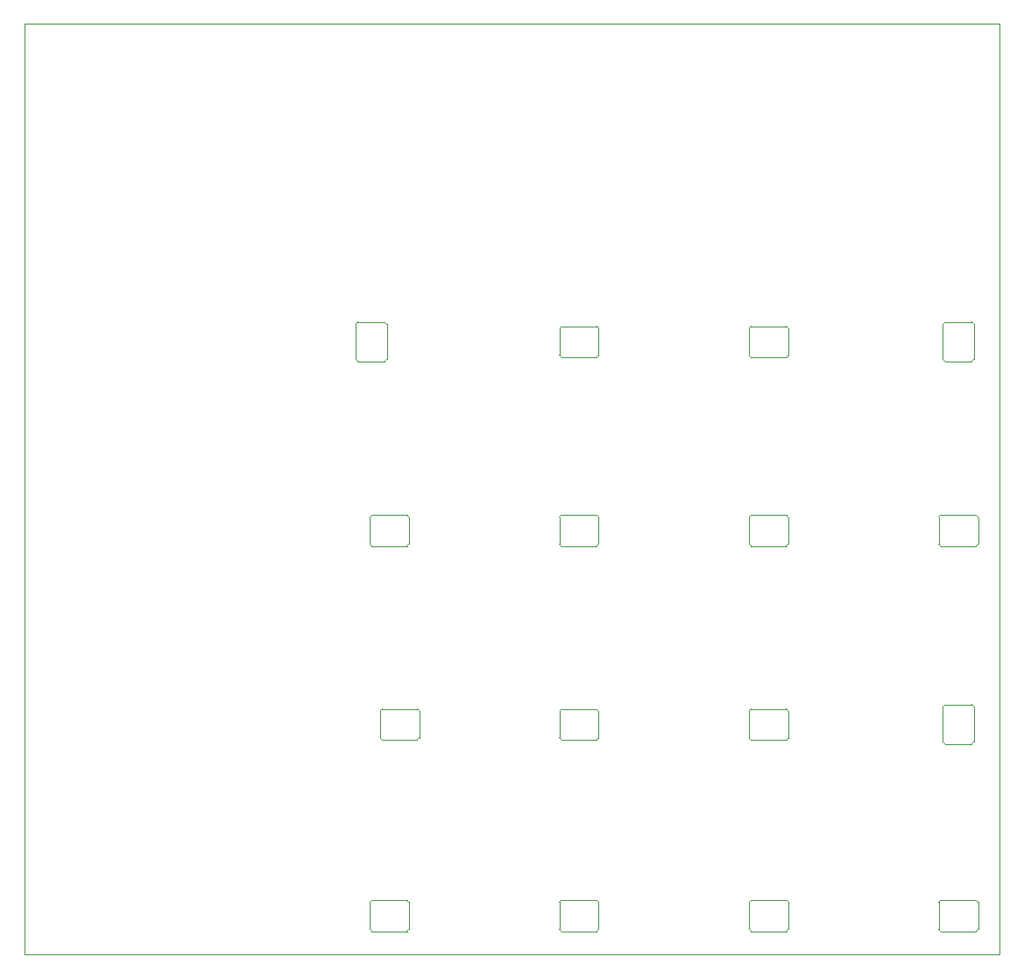
<source format=gbr>
%TF.GenerationSoftware,KiCad,Pcbnew,9.0.2*%
%TF.CreationDate,2025-06-22T22:22:17+03:00*%
%TF.ProjectId,macropad,6d616372-6f70-4616-942e-6b696361645f,rev?*%
%TF.SameCoordinates,Original*%
%TF.FileFunction,Profile,NP*%
%FSLAX46Y46*%
G04 Gerber Fmt 4.6, Leading zero omitted, Abs format (unit mm)*
G04 Created by KiCad (PCBNEW 9.0.2) date 2025-06-22 22:22:17*
%MOMM*%
%LPD*%
G01*
G04 APERTURE LIST*
%TA.AperFunction,Profile*%
%ADD10C,0.050000*%
%TD*%
%TA.AperFunction,Profile*%
%ADD11C,0.120000*%
%TD*%
G04 APERTURE END LIST*
D10*
X107750000Y-53000000D02*
X202000000Y-53000000D01*
X202000000Y-143000000D01*
X107750000Y-143000000D01*
X107750000Y-53000000D01*
D11*
%TO.C,D24*%
X159433333Y-140550000D02*
X159433333Y-137950000D01*
X159633333Y-137750000D02*
X163033333Y-137750000D01*
X163033333Y-140750000D02*
X159633333Y-140750000D01*
X163233333Y-137950000D02*
X163233333Y-140550000D01*
X159433333Y-137950000D02*
G75*
G02*
X159633333Y-137750000I200001J-1D01*
G01*
X159633333Y-140750000D02*
G75*
G02*
X159433333Y-140550000I1J200001D01*
G01*
X163033333Y-137750000D02*
G75*
G02*
X163233333Y-137950000I0J-200000D01*
G01*
X163233333Y-140550000D02*
G75*
G02*
X163033333Y-140750000I-200000J0D01*
G01*
%TO.C,D15*%
X177766667Y-103300000D02*
X177766667Y-100700000D01*
X177966667Y-100500000D02*
X181366667Y-100500000D01*
X181366667Y-103500000D02*
X177966667Y-103500000D01*
X181566667Y-100700000D02*
X181566667Y-103300000D01*
X177766667Y-100700000D02*
G75*
G02*
X177966667Y-100500000I200001J-1D01*
G01*
X177966667Y-103500000D02*
G75*
G02*
X177766667Y-103300000I1J200001D01*
G01*
X181366667Y-100500000D02*
G75*
G02*
X181566667Y-100700000I0J-200000D01*
G01*
X181566667Y-103300000D02*
G75*
G02*
X181366667Y-103500000I-200000J0D01*
G01*
%TO.C,D11*%
X159433333Y-85050000D02*
X159433333Y-82450000D01*
X159633333Y-82250000D02*
X163033333Y-82250000D01*
X163033333Y-85250000D02*
X159633333Y-85250000D01*
X163233333Y-82450000D02*
X163233333Y-85050000D01*
X159433333Y-82450000D02*
G75*
G02*
X159633333Y-82250000I200000J0D01*
G01*
X159633333Y-85250000D02*
G75*
G02*
X159433333Y-85050000I0J200000D01*
G01*
X163033333Y-82250000D02*
G75*
G02*
X163233333Y-82450000I-1J-200001D01*
G01*
X163233333Y-85050000D02*
G75*
G02*
X163033333Y-85250000I-200001J1D01*
G01*
%TO.C,D25*%
X141100000Y-140550000D02*
X141100000Y-137950000D01*
X141300000Y-137750000D02*
X144700000Y-137750000D01*
X144700000Y-140750000D02*
X141300000Y-140750000D01*
X144900000Y-137950000D02*
X144900000Y-140550000D01*
X141100000Y-137950000D02*
G75*
G02*
X141300000Y-137750000I200001J-1D01*
G01*
X141300000Y-140750000D02*
G75*
G02*
X141100000Y-140550000I1J200001D01*
G01*
X144700000Y-137750000D02*
G75*
G02*
X144900000Y-137950000I0J-200000D01*
G01*
X144900000Y-140550000D02*
G75*
G02*
X144700000Y-140750000I-200000J0D01*
G01*
%TO.C,D19*%
X159433333Y-122050000D02*
X159433333Y-119450000D01*
X159633333Y-119250000D02*
X163033333Y-119250000D01*
X163033333Y-122250000D02*
X159633333Y-122250000D01*
X163233333Y-119450000D02*
X163233333Y-122050000D01*
X159433333Y-119450000D02*
G75*
G02*
X159633333Y-119250000I200000J0D01*
G01*
X159633333Y-122250000D02*
G75*
G02*
X159433333Y-122050000I0J200000D01*
G01*
X163033333Y-119250000D02*
G75*
G02*
X163233333Y-119450000I-1J-200001D01*
G01*
X163233333Y-122050000D02*
G75*
G02*
X163033333Y-122250000I-200001J1D01*
G01*
%TO.C,D22*%
X196100000Y-140550000D02*
X196100000Y-137950000D01*
X196300000Y-137750000D02*
X199700000Y-137750000D01*
X199700000Y-140750000D02*
X196300000Y-140750000D01*
X199900000Y-137950000D02*
X199900000Y-140550000D01*
X196100000Y-137950000D02*
G75*
G02*
X196300000Y-137750000I200001J-1D01*
G01*
X196300000Y-140750000D02*
G75*
G02*
X196100000Y-140550000I1J200001D01*
G01*
X199700000Y-137750000D02*
G75*
G02*
X199900000Y-137950000I0J-200000D01*
G01*
X199900000Y-140550000D02*
G75*
G02*
X199700000Y-140750000I-200000J0D01*
G01*
%TO.C,D20*%
X177766667Y-122050000D02*
X177766667Y-119450000D01*
X177966667Y-119250000D02*
X181366667Y-119250000D01*
X181366667Y-122250000D02*
X177966667Y-122250000D01*
X181566667Y-119450000D02*
X181566667Y-122050000D01*
X177766667Y-119450000D02*
G75*
G02*
X177966667Y-119250000I200000J0D01*
G01*
X177966667Y-122250000D02*
G75*
G02*
X177766667Y-122050000I0J200000D01*
G01*
X181366667Y-119250000D02*
G75*
G02*
X181566667Y-119450000I-1J-200001D01*
G01*
X181566667Y-122050000D02*
G75*
G02*
X181366667Y-122250000I-200001J1D01*
G01*
%TO.C,D18*%
X142100000Y-122050000D02*
X142100000Y-119450000D01*
X142300000Y-119250000D02*
X145700000Y-119250000D01*
X145700000Y-122250000D02*
X142300000Y-122250000D01*
X145900000Y-119450000D02*
X145900000Y-122050000D01*
X142100000Y-119450000D02*
G75*
G02*
X142300000Y-119250000I200000J0D01*
G01*
X142300000Y-122250000D02*
G75*
G02*
X142100000Y-122050000I0J200000D01*
G01*
X145700000Y-119250000D02*
G75*
G02*
X145900000Y-119450000I-1J-200001D01*
G01*
X145900000Y-122050000D02*
G75*
G02*
X145700000Y-122250000I-200001J1D01*
G01*
%TO.C,D12*%
X177766667Y-85050000D02*
X177766667Y-82450000D01*
X177966667Y-82250000D02*
X181366667Y-82250000D01*
X181366667Y-85250000D02*
X177966667Y-85250000D01*
X181566667Y-82450000D02*
X181566667Y-85050000D01*
X177766667Y-82450000D02*
G75*
G02*
X177966667Y-82250000I200000J0D01*
G01*
X177966667Y-85250000D02*
G75*
G02*
X177766667Y-85050000I0J200000D01*
G01*
X181366667Y-82250000D02*
G75*
G02*
X181566667Y-82450000I-1J-200001D01*
G01*
X181566667Y-85050000D02*
G75*
G02*
X181366667Y-85250000I-200001J1D01*
G01*
%TO.C,D10*%
X139750000Y-85450000D02*
X139750000Y-82050000D01*
X139950000Y-81850000D02*
X142550000Y-81850000D01*
X142550000Y-85650000D02*
X139950000Y-85650000D01*
X142750000Y-82050000D02*
X142750000Y-85450000D01*
X139750000Y-82050000D02*
G75*
G02*
X139950000Y-81850000I200000J0D01*
G01*
X139950000Y-85650000D02*
G75*
G02*
X139750000Y-85450000I1J200001D01*
G01*
X142550000Y-81850000D02*
G75*
G02*
X142750000Y-82050000I0J-200000D01*
G01*
X142750000Y-85450000D02*
G75*
G02*
X142550000Y-85650000I-200001J1D01*
G01*
%TO.C,D23*%
X177766667Y-140550000D02*
X177766667Y-137950000D01*
X177966667Y-137750000D02*
X181366667Y-137750000D01*
X181366667Y-140750000D02*
X177966667Y-140750000D01*
X181566667Y-137950000D02*
X181566667Y-140550000D01*
X177766667Y-137950000D02*
G75*
G02*
X177966667Y-137750000I200001J-1D01*
G01*
X177966667Y-140750000D02*
G75*
G02*
X177766667Y-140550000I1J200001D01*
G01*
X181366667Y-137750000D02*
G75*
G02*
X181566667Y-137950000I0J-200000D01*
G01*
X181566667Y-140550000D02*
G75*
G02*
X181366667Y-140750000I-200000J0D01*
G01*
%TO.C,D21*%
X196500000Y-122450000D02*
X196500000Y-119050000D01*
X196700000Y-118850000D02*
X199300000Y-118850000D01*
X199300000Y-122650000D02*
X196700000Y-122650000D01*
X199500000Y-119050000D02*
X199500000Y-122450000D01*
X196500000Y-119050000D02*
G75*
G02*
X196700000Y-118850000I200000J0D01*
G01*
X196700000Y-122650000D02*
G75*
G02*
X196500000Y-122450000I1J200001D01*
G01*
X199300000Y-118850000D02*
G75*
G02*
X199500000Y-119050000I0J-200000D01*
G01*
X199500000Y-122450000D02*
G75*
G02*
X199300000Y-122650000I-200001J1D01*
G01*
%TO.C,D14*%
X196100000Y-103300000D02*
X196100000Y-100700000D01*
X196300000Y-100500000D02*
X199700000Y-100500000D01*
X199700000Y-103500000D02*
X196300000Y-103500000D01*
X199900000Y-100700000D02*
X199900000Y-103300000D01*
X196100000Y-100700000D02*
G75*
G02*
X196300000Y-100500000I200001J-1D01*
G01*
X196300000Y-103500000D02*
G75*
G02*
X196100000Y-103300000I1J200001D01*
G01*
X199700000Y-100500000D02*
G75*
G02*
X199900000Y-100700000I0J-200000D01*
G01*
X199900000Y-103300000D02*
G75*
G02*
X199700000Y-103500000I-200000J0D01*
G01*
%TO.C,D17*%
X141100000Y-103300000D02*
X141100000Y-100700000D01*
X141300000Y-100500000D02*
X144700000Y-100500000D01*
X144700000Y-103500000D02*
X141300000Y-103500000D01*
X144900000Y-100700000D02*
X144900000Y-103300000D01*
X141100000Y-100700000D02*
G75*
G02*
X141300000Y-100500000I200001J-1D01*
G01*
X141300000Y-103500000D02*
G75*
G02*
X141100000Y-103300000I1J200001D01*
G01*
X144700000Y-100500000D02*
G75*
G02*
X144900000Y-100700000I0J-200000D01*
G01*
X144900000Y-103300000D02*
G75*
G02*
X144700000Y-103500000I-200000J0D01*
G01*
%TO.C,D16*%
X159433333Y-103300000D02*
X159433333Y-100700000D01*
X159633333Y-100500000D02*
X163033333Y-100500000D01*
X163033333Y-103500000D02*
X159633333Y-103500000D01*
X163233333Y-100700000D02*
X163233333Y-103300000D01*
X159433333Y-100700000D02*
G75*
G02*
X159633333Y-100500000I200001J-1D01*
G01*
X159633333Y-103500000D02*
G75*
G02*
X159433333Y-103300000I1J200001D01*
G01*
X163033333Y-100500000D02*
G75*
G02*
X163233333Y-100700000I0J-200000D01*
G01*
X163233333Y-103300000D02*
G75*
G02*
X163033333Y-103500000I-200000J0D01*
G01*
%TO.C,D13*%
X196500000Y-85450000D02*
X196500000Y-82050000D01*
X196700000Y-81850000D02*
X199300000Y-81850000D01*
X199300000Y-85650000D02*
X196700000Y-85650000D01*
X199500000Y-82050000D02*
X199500000Y-85450000D01*
X196500000Y-82050000D02*
G75*
G02*
X196700000Y-81850000I200000J0D01*
G01*
X196700000Y-85650000D02*
G75*
G02*
X196500000Y-85450000I1J200001D01*
G01*
X199300000Y-81850000D02*
G75*
G02*
X199500000Y-82050000I0J-200000D01*
G01*
X199500000Y-85450000D02*
G75*
G02*
X199300000Y-85650000I-200001J1D01*
G01*
%TD*%
M02*

</source>
